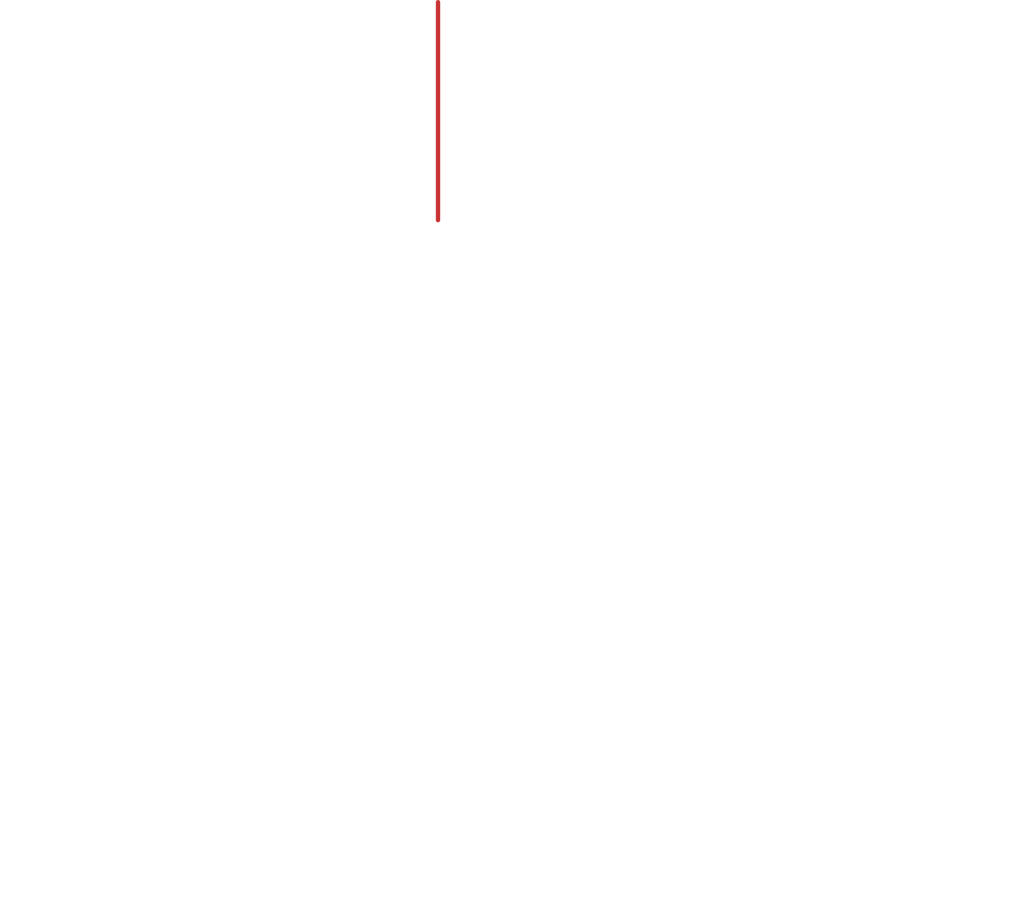
<source format=kicad_pcb>
(kicad_pcb (version 20171130) (host pcbnew 5.1.5+dfsg1-2build2)

  (general
    (thickness 1.6)
    (drawings 206)
    (tracks 1)
    (zones 0)
    (modules 0)
    (nets 1)
  )

  (page A4)
  (layers
    (0 F.Cu signal)
    (31 B.Cu signal)
    (32 B.Adhes user)
    (33 F.Adhes user)
    (34 B.Paste user)
    (35 F.Paste user)
    (36 B.SilkS user)
    (37 F.SilkS user)
    (38 B.Mask user)
    (39 F.Mask user)
    (40 Dwgs.User user)
    (41 Cmts.User user)
    (42 Eco1.User user)
    (43 Eco2.User user)
    (44 Edge.Cuts user)
    (45 Margin user)
    (46 B.CrtYd user)
    (47 F.CrtYd user)
    (48 B.Fab user)
    (49 F.Fab user)
  )

  (setup
    (last_trace_width 0.25)
    (trace_clearance 0.2)
    (zone_clearance 0.508)
    (zone_45_only no)
    (trace_min 0.2)
    (via_size 0.8)
    (via_drill 0.4)
    (via_min_size 0.4)
    (via_min_drill 0.3)
    (uvia_size 0.3)
    (uvia_drill 0.1)
    (uvias_allowed no)
    (uvia_min_size 0.2)
    (uvia_min_drill 0.1)
    (edge_width 0.05)
    (segment_width 0.2)
    (pcb_text_width 0.3)
    (pcb_text_size 1.5 1.5)
    (mod_edge_width 0.12)
    (mod_text_size 1 1)
    (mod_text_width 0.15)
    (pad_size 1.524 1.524)
    (pad_drill 0.762)
    (pad_to_mask_clearance 0.051)
    (solder_mask_min_width 0.25)
    (aux_axis_origin 0 0)
    (visible_elements FFFFFF7F)
    (pcbplotparams
      (layerselection 0x010fc_ffffffff)
      (usegerberextensions false)
      (usegerberattributes false)
      (usegerberadvancedattributes false)
      (creategerberjobfile false)
      (excludeedgelayer true)
      (linewidth 0.100000)
      (plotframeref false)
      (viasonmask false)
      (mode 1)
      (useauxorigin false)
      (hpglpennumber 1)
      (hpglpenspeed 20)
      (hpglpendiameter 15.000000)
      (psnegative false)
      (psa4output false)
      (plotreference true)
      (plotvalue true)
      (plotinvisibletext false)
      (padsonsilk false)
      (subtractmaskfromsilk false)
      (outputformat 1)
      (mirror false)
      (drillshape 1)
      (scaleselection 1)
      (outputdirectory ""))
  )

  (net 0 "")

  (net_class Default "This is the default net class."
    (clearance 0.2)
    (trace_width 0.25)
    (via_dia 0.8)
    (via_drill 0.4)
    (uvia_dia 0.3)
    (uvia_drill 0.1)
  )

  (gr_circle (center 241.299999 180.34) (end 242.087399 180.34) (layer Dwgs.User) (width 0.2))
  (gr_circle (center 223.52 190.5) (end 223.9645 190.5) (layer Dwgs.User) (width 0.2))
  (gr_circle (center 220.98 193.039999) (end 221.7674 193.039999) (layer Dwgs.User) (width 0.2))
  (gr_circle (center 259.079999 213.36) (end 259.524499 213.36) (layer Dwgs.User) (width 0.2))
  (gr_circle (center 256.539999 210.82) (end 257.327399 210.82) (layer Dwgs.User) (width 0.2))
  (gr_circle (center 254 177.799999) (end 254.7874 177.799999) (layer Dwgs.User) (width 0.2))
  (gr_circle (center 266.699999 180.34) (end 267.144499 180.34) (layer Dwgs.User) (width 0.2))
  (gr_circle (center 233.679999 177.799999) (end 234.467399 177.799999) (layer Dwgs.User) (width 0.2))
  (gr_circle (center 220.98 180.34) (end 221.7674 180.34) (layer Dwgs.User) (width 0.2))
  (gr_circle (center 226.059999 210.82) (end 226.847399 210.82) (layer Dwgs.User) (width 0.2))
  (gr_circle (center 271.78 177.799999) (end 272.2245 177.799999) (layer Dwgs.User) (width 0.2))
  (gr_circle (center 220.98 190.5) (end 221.7674 190.5) (layer Dwgs.User) (width 0.2))
  (gr_circle (center 233.679999 213.36) (end 234.467399 213.36) (layer Dwgs.User) (width 0.2))
  (gr_circle (center 259.079999 210.82) (end 259.524499 210.82) (layer Dwgs.User) (width 0.2))
  (gr_circle (center 259.079999 213.36) (end 259.867399 213.36) (layer Dwgs.User) (width 0.2))
  (gr_circle (center 236.219999 210.82) (end 236.664499 210.82) (layer Dwgs.User) (width 0.2))
  (gr_line (start 224.307399 196.3674) (end 222.732599 196.3674) (layer Dwgs.User) (width 0.2))
  (gr_line (start 224.307399 194.7926) (end 224.307399 196.3674) (layer Dwgs.User) (width 0.2))
  (gr_circle (center 254 180.34) (end 254.7874 180.34) (layer Dwgs.User) (width 0.2))
  (gr_circle (center 231.14 213.36) (end 231.5845 213.36) (layer Dwgs.User) (width 0.2))
  (gr_circle (center 226.059999 177.799999) (end 226.504499 177.799999) (layer Dwgs.User) (width 0.2))
  (gr_circle (center 266.699999 180.34) (end 267.487399 180.34) (layer Dwgs.User) (width 0.2))
  (gr_circle (center 259.079999 177.799999) (end 259.524499 177.799999) (layer Dwgs.User) (width 0.2))
  (gr_line (start 216.154 173.482) (end 216.154 173.482) (layer Dwgs.User) (width 0.2))
  (gr_line (start 215.9 188.74486) (end 216.154 173.482) (layer Dwgs.User) (width 0.2))
  (gr_circle (center 221.996 199.39) (end 223.595996 199.39) (layer Dwgs.User) (width 0.2))
  (gr_circle (center 253.491999 210.82) (end 253.801879 210.82) (layer Dwgs.User) (width 0.2))
  (gr_circle (center 220.98 213.36) (end 221.4245 213.36) (layer Dwgs.User) (width 0.2))
  (gr_circle (center 223.52 213.36) (end 223.9645 213.36) (layer Dwgs.User) (width 0.2))
  (gr_circle (center 226.059999 180.34) (end 226.504499 180.34) (layer Dwgs.User) (width 0.2))
  (gr_circle (center 266.699999 177.799999) (end 267.144499 177.799999) (layer Dwgs.User) (width 0.2))
  (gr_circle (center 264.159999 177.799999) (end 264.6045 177.799999) (layer Dwgs.User) (width 0.2))
  (gr_circle (center 223.52 208.28) (end 223.9645 208.28) (layer Dwgs.User) (width 0.2))
  (gr_circle (center 259.079999 210.82) (end 259.867399 210.82) (layer Dwgs.User) (width 0.2))
  (gr_circle (center 248.919999 180.34) (end 249.707399 180.34) (layer Dwgs.User) (width 0.2))
  (gr_circle (center 231.14 210.82) (end 231.9274 210.82) (layer Dwgs.User) (width 0.2))
  (gr_line (start 219.709999 214.63) (end 260.349999 214.63) (layer Dwgs.User) (width 0.2))
  (gr_circle (center 226.059999 210.82) (end 226.504499 210.82) (layer Dwgs.User) (width 0.2))
  (gr_line (start 273.049999 176.53) (end 219.709999 176.53) (layer Dwgs.User) (width 0.2))
  (gr_line (start 222.732599 194.7926) (end 224.307399 194.7926) (layer Dwgs.User) (width 0.2))
  (gr_line (start 222.732599 196.3674) (end 222.732599 194.7926) (layer Dwgs.User) (width 0.2))
  (gr_circle (center 236.219999 213.36) (end 236.664499 213.36) (layer Dwgs.User) (width 0.2))
  (gr_line (start 219.709999 196.85) (end 224.789999 196.85) (layer Dwgs.User) (width 0.2))
  (gr_circle (center 228.599999 180.34) (end 229.387399 180.34) (layer Dwgs.User) (width 0.2))
  (gr_circle (center 228.599999 177.799999) (end 229.044499 177.799999) (layer Dwgs.User) (width 0.2))
  (gr_circle (center 223.52 210.82) (end 223.9645 210.82) (layer Dwgs.User) (width 0.2))
  (gr_circle (center 231.14 213.36) (end 231.9274 213.36) (layer Dwgs.User) (width 0.2))
  (gr_circle (center 226.059999 213.36) (end 226.847399 213.36) (layer Dwgs.User) (width 0.2))
  (gr_circle (center 251.459999 210.82) (end 251.904499 210.82) (layer Dwgs.User) (width 0.2))
  (gr_circle (center 251.459999 213.36) (end 252.247399 213.36) (layer Dwgs.User) (width 0.2))
  (gr_circle (center 233.679999 213.36) (end 234.124499 213.36) (layer Dwgs.User) (width 0.2))
  (gr_circle (center 238.76 213.36) (end 239.2045 213.36) (layer Dwgs.User) (width 0.2))
  (gr_circle (center 236.219999 210.82) (end 237.007399 210.82) (layer Dwgs.User) (width 0.2))
  (gr_circle (center 246.38 177.799999) (end 246.8245 177.799999) (layer Dwgs.User) (width 0.2))
  (gr_circle (center 220.98 203.2) (end 221.4245 203.2) (layer Dwgs.User) (width 0.2))
  (gr_circle (center 223.52 203.2) (end 224.3074 203.2) (layer Dwgs.User) (width 0.2))
  (gr_circle (center 269.24 177.799999) (end 269.6845 177.799999) (layer Dwgs.User) (width 0.2))
  (gr_circle (center 254 213.36) (end 254.4445 213.36) (layer Dwgs.User) (width 0.2))
  (gr_circle (center 251.459999 210.82) (end 252.247399 210.82) (layer Dwgs.User) (width 0.2))
  (gr_circle (center 248.919999 177.799999) (end 249.707399 177.799999) (layer Dwgs.User) (width 0.2))
  (gr_circle (center 223.52 180.34) (end 224.3074 180.34) (layer Dwgs.User) (width 0.2))
  (gr_circle (center 256.539999 213.36) (end 256.984499 213.36) (layer Dwgs.User) (width 0.2))
  (gr_circle (center 254 210.82) (end 254.7874 210.82) (layer Dwgs.User) (width 0.2))
  (gr_circle (center 246.38 180.34) (end 247.1674 180.34) (layer Dwgs.User) (width 0.2))
  (gr_line (start 224.789999 209.549999) (end 224.789999 201.93) (layer Dwgs.User) (width 0.2))
  (gr_circle (center 241.299999 177.799999) (end 241.744499 177.799999) (layer Dwgs.User) (width 0.2))
  (gr_circle (center 228.599999 213.36) (end 229.044499 213.36) (layer Dwgs.User) (width 0.2))
  (gr_circle (center 259.333999 206.248) (end 260.933996 206.248) (layer Dwgs.User) (width 0.2))
  (gr_circle (center 233.679999 180.34) (end 234.124499 180.34) (layer Dwgs.User) (width 0.2))
  (gr_circle (center 238.76 210.82) (end 239.2045 210.82) (layer Dwgs.User) (width 0.2))
  (gr_circle (center 238.76 213.36) (end 239.5474 213.36) (layer Dwgs.User) (width 0.2))
  (gr_circle (center 226.059999 177.799999) (end 226.847399 177.799999) (layer Dwgs.User) (width 0.2))
  (gr_circle (center 254 177.799999) (end 254.4445 177.799999) (layer Dwgs.User) (width 0.2))
  (gr_circle (center 243.839999 213.36) (end 244.284499 213.36) (layer Dwgs.User) (width 0.2))
  (gr_circle (center 241.299999 210.82) (end 242.087399 210.82) (layer Dwgs.User) (width 0.2))
  (gr_line (start 224.789999 201.93) (end 219.709999 201.93) (layer Dwgs.User) (width 0.2))
  (gr_circle (center 228.599999 180.34) (end 229.044499 180.34) (layer Dwgs.User) (width 0.2))
  (gr_line (start 219.709999 209.549999) (end 224.789999 209.549999) (layer Dwgs.User) (width 0.2))
  (gr_circle (center 228.599999 177.799999) (end 229.387399 177.799999) (layer Dwgs.User) (width 0.2))
  (gr_circle (center 264.159999 180.34) (end 264.947399 180.34) (layer Dwgs.User) (width 0.2))
  (gr_circle (center 251.459999 213.36) (end 251.904499 213.36) (layer Dwgs.User) (width 0.2))
  (gr_circle (center 248.919999 210.82) (end 249.707399 210.82) (layer Dwgs.User) (width 0.2))
  (gr_circle (center 246.38 210.82) (end 246.8245 210.82) (layer Dwgs.User) (width 0.2))
  (gr_circle (center 246.38 213.36) (end 247.1674 213.36) (layer Dwgs.User) (width 0.2))
  (gr_circle (center 248.919999 210.82) (end 249.364499 210.82) (layer Dwgs.User) (width 0.2))
  (gr_circle (center 248.919999 213.36) (end 249.707399 213.36) (layer Dwgs.User) (width 0.2))
  (gr_circle (center 251.459999 177.799999) (end 252.247399 177.799999) (layer Dwgs.User) (width 0.2))
  (gr_line (start 275.336 173.482) (end 275.336 217.424) (layer Dwgs.User) (width 0.2))
  (gr_circle (center 248.919999 180.34) (end 249.364499 180.34) (layer Dwgs.User) (width 0.2))
  (gr_circle (center 233.679999 180.34) (end 234.467399 180.34) (layer Dwgs.User) (width 0.2))
  (gr_circle (center 243.839999 177.799999) (end 244.284499 177.799999) (layer Dwgs.User) (width 0.2))
  (gr_circle (center 266.699999 177.799999) (end 267.487399 177.799999) (layer Dwgs.User) (width 0.2))
  (gr_circle (center 259.079999 180.34) (end 259.524499 180.34) (layer Dwgs.User) (width 0.2))
  (gr_circle (center 231.14 177.799999) (end 231.9274 177.799999) (layer Dwgs.User) (width 0.2))
  (gr_circle (center 256.539999 177.799999) (end 257.327399 177.799999) (layer Dwgs.User) (width 0.2))
  (gr_circle (center 259.079999 180.34) (end 259.867399 180.34) (layer Dwgs.User) (width 0.2))
  (gr_line (start 224.789999 196.85) (end 224.789999 194.09918) (layer Dwgs.User) (width 0.2))
  (gr_circle (center 241.299999 210.82) (end 241.744499 210.82) (layer Dwgs.User) (width 0.2))
  (gr_circle (center 241.299999 213.36) (end 242.087399 213.36) (layer Dwgs.User) (width 0.2))
  (gr_circle (center 241.299999 213.36) (end 241.744499 213.36) (layer Dwgs.User) (width 0.2))
  (gr_circle (center 238.76 210.82) (end 239.5474 210.82) (layer Dwgs.User) (width 0.2))
  (gr_circle (center 261.62 177.799999) (end 262.4074 177.799999) (layer Dwgs.User) (width 0.2))
  (gr_circle (center 220.98 190.5) (end 221.4245 190.5) (layer Dwgs.User) (width 0.2))
  (gr_circle (center 223.52 190.5) (end 224.3074 190.5) (layer Dwgs.User) (width 0.2))
  (gr_circle (center 261.62 180.34) (end 262.4074 180.34) (layer Dwgs.User) (width 0.2))
  (gr_circle (center 223.52 210.82) (end 224.3074 210.82) (layer Dwgs.User) (width 0.2))
  (gr_line (start 219.709999 176.53) (end 270.51 181.61) (layer Dwgs.User) (width 0.2))
  (gr_circle (center 238.76 180.34) (end 239.2045 180.34) (layer Dwgs.User) (width 0.2))
  (gr_circle (center 236.219999 177.799999) (end 237.007399 177.799999) (layer Dwgs.User) (width 0.2))
  (gr_circle (center 236.219999 177.799999) (end 236.664499 177.799999) (layer Dwgs.User) (width 0.2))
  (gr_circle (center 220.98 205.74) (end 221.4245 205.74) (layer Dwgs.User) (width 0.2))
  (gr_circle (center 223.52 205.74) (end 224.3074 205.74) (layer Dwgs.User) (width 0.2))
  (gr_circle (center 220.98 210.82) (end 221.7674 210.82) (layer Dwgs.User) (width 0.2))
  (gr_circle (center 251.459999 180.34) (end 251.904499 180.34) (layer Dwgs.User) (width 0.2))
  (gr_circle (center 261.62 180.34) (end 262.0645 180.34) (layer Dwgs.User) (width 0.2))
  (gr_circle (center 251.459999 180.34) (end 252.247399 180.34) (layer Dwgs.User) (width 0.2))
  (gr_circle (center 223.52 213.36) (end 224.3074 213.36) (layer Dwgs.User) (width 0.2))
  (gr_line (start 275.336 173.482) (end 275.336 173.482) (layer Dwgs.User) (width 0.2))
  (gr_circle (center 248.919999 177.799999) (end 249.364499 177.799999) (layer Dwgs.User) (width 0.2))
  (gr_circle (center 256.539999 177.799999) (end 256.984499 177.799999) (layer Dwgs.User) (width 0.2))
  (gr_circle (center 231.14 177.799999) (end 231.5845 177.799999) (layer Dwgs.User) (width 0.2))
  (gr_circle (center 269.24 177.799999) (end 270.0274 177.799999) (layer Dwgs.User) (width 0.2))
  (gr_circle (center 246.38 213.36) (end 246.8245 213.36) (layer Dwgs.User) (width 0.2))
  (gr_circle (center 243.839999 210.82) (end 244.627399 210.82) (layer Dwgs.User) (width 0.2))
  (gr_circle (center 238.76 180.34) (end 239.5474 180.34) (layer Dwgs.User) (width 0.2))
  (gr_circle (center 238.76 177.799999) (end 239.2045 177.799999) (layer Dwgs.User) (width 0.2))
  (gr_circle (center 236.219999 213.36) (end 237.007399 213.36) (layer Dwgs.User) (width 0.2))
  (gr_circle (center 243.839999 180.34) (end 244.284499 180.34) (layer Dwgs.User) (width 0.2))
  (gr_circle (center 223.52 177.799999) (end 223.9645 177.799999) (layer Dwgs.User) (width 0.2))
  (gr_line (start 219.709999 209.549999) (end 219.709999 214.63) (layer Dwgs.User) (width 0.2))
  (gr_circle (center 256.539999 180.34) (end 256.984499 180.34) (layer Dwgs.User) (width 0.2))
  (gr_circle (center 243.839999 210.82) (end 244.284499 210.82) (layer Dwgs.User) (width 0.2))
  (gr_circle (center 243.839999 213.36) (end 244.627399 213.36) (layer Dwgs.User) (width 0.2))
  (gr_circle (center 241.299999 180.34) (end 241.744499 180.34) (layer Dwgs.User) (width 0.2))
  (gr_circle (center 220.98 177.799999) (end 221.7674 177.799999) (layer Dwgs.User) (width 0.2))
  (gr_circle (center 236.219999 180.34) (end 237.007399 180.34) (layer Dwgs.User) (width 0.2))
  (gr_line (start 224.789999 189.23) (end 219.709999 189.23) (layer Dwgs.User) (width 0.2))
  (gr_circle (center 238.76 177.799999) (end 239.5474 177.799999) (layer Dwgs.User) (width 0.2))
  (gr_line (start 219.709999 189.23) (end 219.709999 196.85) (layer Dwgs.User) (width 0.2))
  (gr_circle (center 220.98 193.039999) (end 221.4245 193.039999) (layer Dwgs.User) (width 0.2))
  (gr_circle (center 223.52 193.039999) (end 224.3074 193.039999) (layer Dwgs.User) (width 0.2))
  (gr_circle (center 261.62 177.799999) (end 262.0645 177.799999) (layer Dwgs.User) (width 0.2))
  (gr_circle (center 256.539999 180.34) (end 257.327399 180.34) (layer Dwgs.User) (width 0.2))
  (gr_circle (center 233.679999 210.82) (end 234.467399 210.82) (layer Dwgs.User) (width 0.2))
  (gr_circle (center 231.14 210.82) (end 231.5845 210.82) (layer Dwgs.User) (width 0.2))
  (gr_circle (center 220.98 195.58) (end 221.4245 195.58) (layer Dwgs.User) (width 0.2))
  (gr_circle (center 220.98 203.2) (end 221.7674 203.2) (layer Dwgs.User) (width 0.2))
  (gr_line (start 272.567399 181.127399) (end 270.9926 181.127399) (layer Dwgs.User) (width 0.2))
  (gr_circle (center 271.78 180.34) (end 272.2245 180.34) (layer Dwgs.User) (width 0.2))
  (gr_circle (center 269.24 180.34) (end 269.6845 180.34) (layer Dwgs.User) (width 0.2))
  (gr_circle (center 264.159999 180.34) (end 264.6045 180.34) (layer Dwgs.User) (width 0.2))
  (gr_circle (center 231.14 180.34) (end 231.9274 180.34) (layer Dwgs.User) (width 0.2))
  (gr_circle (center 223.52 180.34) (end 223.9645 180.34) (layer Dwgs.User) (width 0.2))
  (gr_circle (center 220.98 177.799999) (end 221.4245 177.799999) (layer Dwgs.User) (width 0.2))
  (gr_circle (center 220.98 180.34) (end 221.4245 180.34) (layer Dwgs.User) (width 0.2))
  (gr_circle (center 259.079999 177.799999) (end 259.867399 177.799999) (layer Dwgs.User) (width 0.2))
  (gr_circle (center 269.24 180.34) (end 270.0274 180.34) (layer Dwgs.User) (width 0.2))
  (gr_circle (center 253.746 211.073999) (end 254.05588 211.073999) (layer Dwgs.User) (width 0.2))
  (gr_line (start 272.567399 179.5526) (end 272.567399 181.127399) (layer Dwgs.User) (width 0.2))
  (gr_circle (center 220.98 210.82) (end 221.4245 210.82) (layer Dwgs.User) (width 0.2))
  (gr_line (start 270.51 181.61) (end 270.51 181.61) (layer Dwgs.User) (width 0.2))
  (gr_circle (center 264.159999 177.799999) (end 264.947399 177.799999) (layer Dwgs.User) (width 0.2))
  (gr_line (start 270.9926 179.5526) (end 272.567399 179.5526) (layer Dwgs.User) (width 0.2))
  (gr_line (start 270.9926 181.127399) (end 270.9926 179.5526) (layer Dwgs.User) (width 0.2))
  (gr_circle (center 233.679999 177.799999) (end 234.124499 177.799999) (layer Dwgs.User) (width 0.2))
  (gr_circle (center 246.38 180.34) (end 246.8245 180.34) (layer Dwgs.User) (width 0.2))
  (gr_circle (center 256.539999 210.82) (end 256.984499 210.82) (layer Dwgs.User) (width 0.2))
  (gr_circle (center 256.539999 213.36) (end 257.327399 213.36) (layer Dwgs.User) (width 0.2))
  (gr_circle (center 226.059999 213.36) (end 226.504499 213.36) (layer Dwgs.User) (width 0.2))
  (gr_circle (center 254 180.34) (end 254.4445 180.34) (layer Dwgs.User) (width 0.2))
  (gr_circle (center 251.459999 177.799999) (end 251.904499 177.799999) (layer Dwgs.User) (width 0.2))
  (gr_circle (center 254 210.82) (end 254.4445 210.82) (layer Dwgs.User) (width 0.2))
  (gr_circle (center 254 213.36) (end 254.7874 213.36) (layer Dwgs.User) (width 0.2))
  (gr_circle (center 223.52 195.58) (end 223.9645 195.58) (layer Dwgs.User) (width 0.2))
  (gr_circle (center 271.78 177.799999) (end 272.567399 177.799999) (layer Dwgs.User) (width 0.2))
  (gr_circle (center 243.839999 177.799999) (end 244.627399 177.799999) (layer Dwgs.User) (width 0.2))
  (gr_circle (center 231.14 180.34) (end 231.5845 180.34) (layer Dwgs.User) (width 0.2))
  (gr_circle (center 223.52 193.039999) (end 223.9645 193.039999) (layer Dwgs.User) (width 0.2))
  (gr_circle (center 220.98 195.58) (end 221.7674 195.58) (layer Dwgs.User) (width 0.2))
  (gr_line (start 216.154 173.482) (end 275.336 173.482) (layer Dwgs.User) (width 0.2))
  (gr_circle (center 220.98 213.36) (end 221.7674 213.36) (layer Dwgs.User) (width 0.2))
  (gr_circle (center 223.52 205.74) (end 223.9645 205.74) (layer Dwgs.User) (width 0.2))
  (gr_circle (center 220.98 208.28) (end 221.7674 208.28) (layer Dwgs.User) (width 0.2))
  (gr_line (start 219.709999 201.93) (end 219.709999 204.68082) (layer Dwgs.User) (width 0.2))
  (gr_circle (center 226.059999 180.34) (end 226.847399 180.34) (layer Dwgs.User) (width 0.2))
  (gr_circle (center 228.599999 213.36) (end 229.387399 213.36) (layer Dwgs.User) (width 0.2))
  (gr_circle (center 223.52 177.799999) (end 224.3074 177.799999) (layer Dwgs.User) (width 0.2))
  (gr_circle (center 228.599999 210.82) (end 229.044499 210.82) (layer Dwgs.User) (width 0.2))
  (gr_circle (center 220.98 208.28) (end 221.4245 208.28) (layer Dwgs.User) (width 0.2))
  (gr_circle (center 223.52 208.28) (end 224.3074 208.28) (layer Dwgs.User) (width 0.2))
  (gr_circle (center 236.219999 180.34) (end 236.664499 180.34) (layer Dwgs.User) (width 0.2))
  (gr_circle (center 243.839999 180.34) (end 244.627399 180.34) (layer Dwgs.User) (width 0.2))
  (gr_circle (center 223.52 203.2) (end 223.9645 203.2) (layer Dwgs.User) (width 0.2))
  (gr_circle (center 220.98 205.74) (end 221.7674 205.74) (layer Dwgs.User) (width 0.2))
  (gr_circle (center 233.679999 210.82) (end 234.124499 210.82) (layer Dwgs.User) (width 0.2))
  (gr_circle (center 246.38 177.799999) (end 247.1674 177.799999) (layer Dwgs.User) (width 0.2))
  (gr_line (start 275.336 217.424) (end 215.9 217.424) (layer Dwgs.User) (width 0.2))
  (gr_circle (center 228.599999 210.82) (end 229.387399 210.82) (layer Dwgs.User) (width 0.2))
  (gr_line (start 219.709999 209.549999) (end 219.709999 209.549999) (layer Dwgs.User) (width 0.2))
  (gr_circle (center 241.299999 177.799999) (end 242.087399 177.799999) (layer Dwgs.User) (width 0.2))
  (gr_line (start 273.049999 181.61) (end 273.049999 176.53) (layer Dwgs.User) (width 0.2))
  (gr_circle (center 248.919999 213.36) (end 249.364499 213.36) (layer Dwgs.User) (width 0.2))
  (gr_circle (center 246.38 210.82) (end 247.1674 210.82) (layer Dwgs.User) (width 0.2))
  (gr_line (start 215.9 217.424) (end 215.9 188.74486) (layer Dwgs.User) (width 0.2))
  (gr_line (start 260.349999 214.63) (end 219.709999 209.549999) (layer Dwgs.User) (width 0.2))
  (gr_line (start 270.51 181.61) (end 273.049999 181.61) (layer Dwgs.User) (width 0.2))

  (segment (start 241.3 165.1) (end 241.3 177.8) (width 0.25) (layer F.Cu) (net 0))

)

</source>
